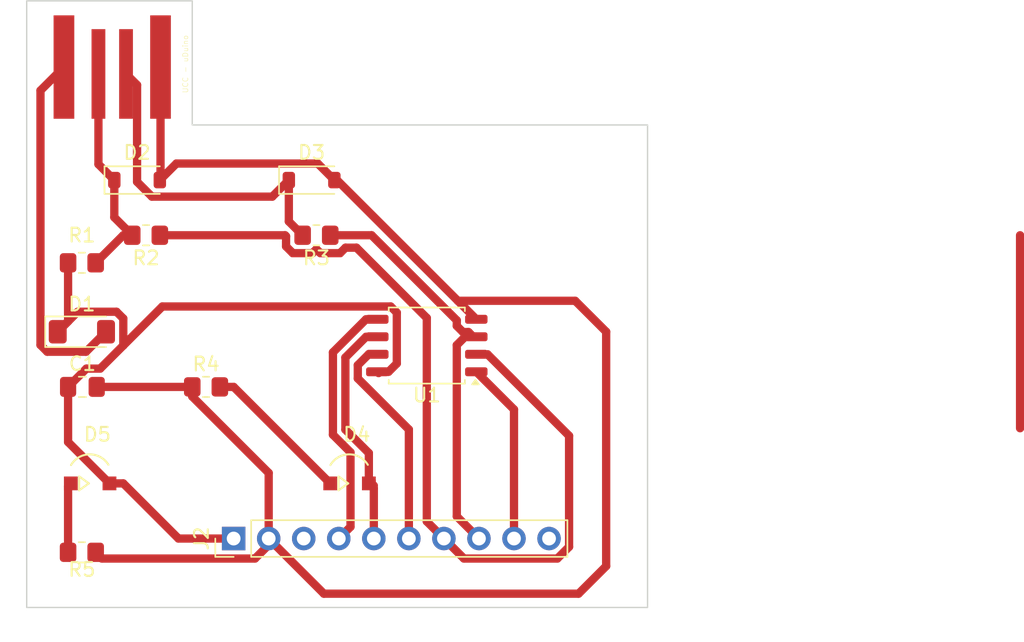
<source format=kicad_pcb>
(kicad_pcb (version 20241229) (generator "pcbnew") (generator_version "9.0")
  (layers (0 "F.Cu" signal) (2 "B.Cu" signal) (13 "F.Paste" user) (15 "B.Paste" user) (5 "F.SilkS" user "F.Silkscreen") (7 "B.SilkS" user "B.Silkscreen") (1 "F.Mask" user) (3 "B.Mask" user) (25 "Edge.Cuts" user))
  (net 0 "")
  (net 1 "GND")
  (net 2 "Net-(D1-A)")
  (net 3 "+5V")
  (net 4 "Net-(D2-K)")
  (net 5 "Net-(D3-K)")
  (net 6 "Net-(D4-K)")
  (net 7 "Net-(D4-A)")
  (net 8 "Net-(D5-K)")
  (net 9 "Net-(J2-Pin_7)")
  (net 10 "Net-(J2-Pin_9)")
  (net 11 "Net-(J2-Pin_6)")
  (net 14 "Net-(J2-Pin_4)")
  (net 15 "Net-(J2-Pin_8)")
  (footprint "Resistor_SMD:R_0805_2012Metric_Pad1.20x1.40mm_HandSolder" (layer "F.Cu") (at 210.65 73 180)
    (property "Reference" "R2" (at 0 -1.65 0) (layer "F.SilkS"))
    (property "Value" "68Ω 5% 1/8W")
    (fp_line (start -0.227064 0.735) (end 0.227064 0.735) (stroke (width 0.12)) (layer "F.SilkS"))
    (fp_line (start -0.227064 -0.735) (end 0.227064 -0.735) (stroke (width 0.12)) (layer "F.SilkS"))
    (pad "1" smd roundrect (at -1 0 180) (size 1.2 1.4) (layers "F.Cu" "F.Mask" "F.Paste") (roundrect_rratio 0.208333) (net 9 "Net-(J2-Pin_7)"))
    (pad "2" smd roundrect (at 1 0 180) (size 1.2 1.4) (layers "F.Cu" "F.Mask" "F.Paste") (roundrect_rratio 0.208333) (net 4 "Net-(D2-K)"))
  )
  (footprint "Package_SO:SOIC-8_5.3x5.3mm_P1.27mm" (layer "F.Cu") (at 231 81 180)
    (property "Reference" "U1" (at 0 -3.6 0) (layer "F.SilkS"))
    (property "Value" "ATtiny85-20S")
    (fp_line (start 2.76 2.76) (end 2.76 2.49) (stroke (width 0.12)) (layer "F.SilkS"))
    (fp_line (start 2.76 -2.76) (end 2.76 -2.49) (stroke (width 0.12)) (layer "F.SilkS"))
    (fp_line (start 0 2.76) (end 2.76 2.76) (stroke (width 0.12)) (layer "F.SilkS"))
    (fp_line (start 0 2.76) (end -2.76 2.76) (stroke (width 0.12)) (layer "F.SilkS"))
    (fp_line (start 0 -2.76) (end 2.76 -2.76) (stroke (width 0.12)) (layer "F.SilkS"))
    (fp_line (start 0 -2.76) (end -2.76 -2.76) (stroke (width 0.12)) (layer "F.SilkS"))
    (fp_line (start -2.76 2.76) (end -2.76 2.49) (stroke (width 0.12)) (layer "F.SilkS"))
    (fp_line (start -2.76 -2.76) (end -2.76 -2.49) (stroke (width 0.12)) (layer "F.SilkS"))
    (fp_poly (pts (xy -3.525 -2.49) (xy -3.765 -2.82) (xy -3.285 -2.82) (xy -3.525 -2.49)) (stroke (width 0.12)) (fill yes) (layer "F.SilkS"))
    (pad "1" smd roundrect (at -3.5875 -1.905 180) (size 1.625 0.65) (layers "F.Cu" "F.Mask" "F.Paste") (net 10 "Net-(J2-Pin_9)"))
    (pad "2" smd roundrect (at -3.5875 -0.635 180) (size 1.625 0.65) (layers "F.Cu" "F.Mask" "F.Paste") (net 9 "Net-(J2-Pin_7)"))
    (pad "3" smd roundrect (at -3.5875 0.635 180) (size 1.625 0.65) (layers "F.Cu" "F.Mask" "F.Paste") (net 15 "Net-(J2-Pin_8)"))
    (pad "4" smd roundrect (at -3.5875 1.905 180) (size 1.625 0.65) (layers "F.Cu" "F.Mask" "F.Paste") (net 1 "GND"))
    (pad "5" smd roundrect (at 3.5875 1.905 180) (size 1.625 0.65) (layers "F.Cu" "F.Mask" "F.Paste") (net 14 "Net-(J2-Pin_4)"))
    (pad "6" smd roundrect (at 3.5875 0.635 180) (size 1.625 0.65) (layers "F.Cu" "F.Mask" "F.Paste") (net 7 "Net-(D4-A)"))
    (pad "7" smd roundrect (at 3.5875 -0.635 180) (size 1.625 0.65) (layers "F.Cu" "F.Mask" "F.Paste") (net 11 "Net-(J2-Pin_6)"))
    (pad "8" smd roundrect (at 3.5875 -1.905 180) (size 1.625 0.65) (layers "F.Cu" "F.Mask" "F.Paste") (net 3 "+5V"))
  )
  (footprint "Diode_SMD:D_SOD-123" (layer "F.Cu") (at 222.65 69)
    (property "Reference" "D3" (at 0 -2 0) (layer "F.SilkS"))
    (property "Value" "3.6V 1/2mw")
    (fp_line (start -2.36 -1) (end -2.36 1) (stroke (width 0.12)) (layer "F.SilkS"))
    (fp_line (start -2.36 -1) (end 1.65 -1) (stroke (width 0.12)) (layer "F.SilkS"))
    (fp_line (start -2.36 1) (end 1.65 1) (stroke (width 0.12)) (layer "F.SilkS"))
    (pad "1" smd roundrect (at -1.65 0) (size 0.9 1.2) (layers "F.Cu" "F.Mask" "F.Paste") (net 5 "Net-(D3-K)"))
    (pad "2" smd roundrect (at 1.65 0) (size 0.9 1.2) (layers "F.Cu" "F.Mask" "F.Paste") (net 1 "GND"))
  )
  (footprint "Connector_PinHeader_2.54mm:PinHeader_1x10_P2.54mm_Vertical" (layer "F.Cu") (at 217 95 90)
    (property "Reference" "J2" (at 0 -2.33 90) (layer "F.SilkS"))
    (property "Value" "Conn_01x10_Socket")
    (fp_line (start -1.33 -1.33) (end 0 -1.33) (stroke (width 0.12)) (layer "F.SilkS"))
    (fp_line (start -1.33 0) (end -1.33 -1.33) (stroke (width 0.12)) (layer "F.SilkS"))
    (fp_line (start 1.33 1.27) (end 1.33 24.19) (stroke (width 0.12)) (layer "F.SilkS"))
    (fp_line (start -1.33 1.27) (end 1.33 1.27) (stroke (width 0.12)) (layer "F.SilkS"))
    (fp_line (start -1.33 1.27) (end -1.33 24.19) (stroke (width 0.12)) (layer "F.SilkS"))
    (fp_line (start -1.33 24.19) (end 1.33 24.19) (stroke (width 0.12)) (layer "F.SilkS"))
    (pad "1" thru_hole rect (at 0 0 90) (size 1.7 1.7) (drill 1) (layers "*.Cu" "*.Mask") (net 3 "+5V"))
    (pad "2" thru_hole oval (at 0 2.54 90) (size 1.7 1.7) (drill 1) (layers "*.Cu" "*.Mask") (net 1 "GND"))
    (pad "3" thru_hole oval (at 0 5.08 90) (size 1.7 1.7) (drill 1) (layers "*.Cu" "*.Mask"))
    (pad "4" thru_hole oval (at 0 7.62 90) (size 1.7 1.7) (drill 1) (layers "*.Cu" "*.Mask") (net 14 "Net-(J2-Pin_4)"))
    (pad "5" thru_hole oval (at 0 10.16 90) (size 1.7 1.7) (drill 1) (layers "*.Cu" "*.Mask") (net 7 "Net-(D4-A)"))
    (pad "6" thru_hole oval (at 0 12.7 90) (size 1.7 1.7) (drill 1) (layers "*.Cu" "*.Mask") (net 11 "Net-(J2-Pin_6)"))
    (pad "7" thru_hole oval (at 0 15.24 90) (size 1.7 1.7) (drill 1) (layers "*.Cu" "*.Mask") (net 9 "Net-(J2-Pin_7)"))
    (pad "8" thru_hole oval (at 0 17.78 90) (size 1.7 1.7) (drill 1) (layers "*.Cu" "*.Mask") (net 15 "Net-(J2-Pin_8)"))
    (pad "9" thru_hole oval (at 0 20.32 90) (size 1.7 1.7) (drill 1) (layers "*.Cu" "*.Mask") (net 10 "Net-(J2-Pin_9)"))
    (pad "10" thru_hole oval (at 0 22.86 90) (size 1.7 1.7) (drill 1) (layers "*.Cu" "*.Mask"))
  )
  (footprint "Capacitor_SMD:C_0805_2012Metric_Pad1.18x1.45mm_HandSolder" (layer "F.Cu") (at 206.0375 84)
    (property "Reference" "C1" (at 0 -1.68 0) (layer "F.SilkS"))
    (property "Value" "0.1u")
    (fp_line (start -0.261252 -0.735) (end 0.261252 -0.735) (stroke (width 0.12)) (layer "F.SilkS"))
    (fp_line (start -0.261252 0.735) (end 0.261252 0.735) (stroke (width 0.12)) (layer "F.SilkS"))
    (pad "1" smd roundrect (at -1.0375 0) (size 1.175 1.45) (layers "F.Cu" "F.Mask" "F.Paste") (roundrect_rratio 0.212766) (net 3 "+5V"))
    (pad "2" smd roundrect (at 1.0375 0) (size 1.175 1.45) (layers "F.Cu" "F.Mask" "F.Paste") (roundrect_rratio 0.212766) (net 1 "GND"))
  )
  (footprint "Resistor_SMD:R_0805_2012Metric_Pad1.20x1.40mm_HandSolder" (layer "F.Cu") (at 223 73 180)
    (property "Reference" "R3" (at 0 -1.65 0) (layer "F.SilkS"))
    (property "Value" "68Ω 5% 1/8W")
    (fp_line (start -0.227064 0.735) (end 0.227064 0.735) (stroke (width 0.12)) (layer "F.SilkS"))
    (fp_line (start -0.227064 -0.735) (end 0.227064 -0.735) (stroke (width 0.12)) (layer "F.SilkS"))
    (pad "1" smd roundrect (at -1 0 180) (size 1.2 1.4) (layers "F.Cu" "F.Mask" "F.Paste") (roundrect_rratio 0.208333) (net 15 "Net-(J2-Pin_8)"))
    (pad "2" smd roundrect (at 1 0 180) (size 1.2 1.4) (layers "F.Cu" "F.Mask" "F.Paste") (roundrect_rratio 0.208333) (net 5 "Net-(D3-K)"))
  )
  (footprint "embeddedPcbUsb:USB_A_UCC" (layer "F.Cu") (at 208.2 61 -90)
    (property "Reference" "J1" (hide yes))
    (property "Value" "Pcb USB type A" (hide yes))
    (fp_text user "UCC - uDuino" (at -2.54 -5.08 90) (layer "F.SilkS") (effects (font (size 0.38608 0.38608) (thickness 0.032512)) (justify right top)))
    (pad "1" smd rect (at -0.2 3.5 270) (size 7.5 1.5) (layers "F.Cu" "F.Mask" "F.Paste") (net 2 "Net-(D1-A)"))
    (pad "2" smd rect (at 0.3 1 270) (size 6.5 1) (layers "F.Cu" "F.Mask" "F.Paste") (net 4 "Net-(D2-K)"))
    (pad "3" smd rect (at 0.3 -1 270) (size 6.5 1) (layers "F.Cu" "F.Mask" "F.Paste") (net 5 "Net-(D3-K)"))
    (pad "4" smd rect (at -0.2 -3.5 270) (size 7.5 1.5) (layers "F.Cu" "F.Mask" "F.Paste") (net 1 "GND"))
  )
  (footprint "Resistor_SMD:R_0805_2012Metric_Pad1.20x1.40mm_HandSolder" (layer "F.Cu") (at 206 96 180)
    (property "Reference" "R5" (at 0 -1.25 0) (layer "F.SilkS"))
    (property "Value" "330Ω 5% 1/8w")
    (fp_line (start -0.227064 0.735) (end 0.227064 0.735) (stroke (width 0.12)) (layer "F.SilkS"))
    (fp_line (start -0.227064 -0.735) (end 0.227064 -0.735) (stroke (width 0.12)) (layer "F.SilkS"))
    (pad "1" smd roundrect (at -1 0 180) (size 1.2 1.4) (layers "F.Cu" "F.Mask" "F.Paste") (roundrect_rratio 0.208333) (net 1 "GND"))
    (pad "2" smd roundrect (at 1 0 180) (size 1.2 1.4) (layers "F.Cu" "F.Mask" "F.Paste") (roundrect_rratio 0.208333) (net 8 "Net-(D5-K)"))
  )
  (footprint "Diode_SMD:D_MiniMELF" (layer "F.Cu") (at 206 80)
    (property "Reference" "D1" (at 0 -2 0) (layer "F.SilkS"))
    (property "Value" "D_Filled")
    (fp_line (start -2.66 -1.11) (end -2.66 1.11) (stroke (width 0.12)) (layer "F.SilkS"))
    (fp_line (start -2.66 1.11) (end 1.75 1.11) (stroke (width 0.12)) (layer "F.SilkS"))
    (fp_line (start 1.75 -1.11) (end -2.66 -1.11) (stroke (width 0.12)) (layer "F.SilkS"))
    (pad "1" smd roundrect (at -1.75 0) (size 1.3 1.7) (layers "F.Cu" "F.Mask" "F.Paste") (roundrect_rratio 0.1923076923) (net 3 "+5V"))
    (pad "2" smd roundrect (at 1.75 0) (size 1.3 1.7) (layers "F.Cu" "F.Mask" "F.Paste") (roundrect_rratio 0.1923076923) (net 2 "Net-(D1-A)"))
  )
  (footprint "Diode_SMD:D_SOD-123" (layer "F.Cu") (at 210 69)
    (property "Reference" "D2" (at 0 -2 0) (layer "F.SilkS"))
    (property "Value" "3.6V 1/2mw")
    (fp_line (start -2.36 -1) (end -2.36 1) (stroke (width 0.12)) (layer "F.SilkS"))
    (fp_line (start -2.36 -1) (end 1.65 -1) (stroke (width 0.12)) (layer "F.SilkS"))
    (fp_line (start -2.36 1) (end 1.65 1) (stroke (width 0.12)) (layer "F.SilkS"))
    (pad "1" smd roundrect (at -1.65 0) (size 0.9 1.2) (layers "F.Cu" "F.Mask" "F.Paste") (net 4 "Net-(D2-K)"))
    (pad "2" smd roundrect (at 1.65 0) (size 0.9 1.2) (layers "F.Cu" "F.Mask" "F.Paste") (net 1 "GND"))
  )
  (footprint "Resistor_SMD:R_0805_2012Metric_Pad1.20x1.40mm_HandSolder" (layer "F.Cu") (at 206 75)
    (property "Reference" "R1" (at 0 -2 0) (layer "F.SilkS"))
    (property "Value" "1/5KΩ 5% 1/8W")
    (fp_line (start -0.227064 -0.735) (end 0.227064 -0.735) (stroke (width 0.12)) (layer "F.SilkS"))
    (fp_line (start -0.227064 0.735) (end 0.227064 0.735) (stroke (width 0.12)) (layer "F.SilkS"))
    (pad "1" smd roundrect (at -1 0) (size 1.2 1.4) (layers "F.Cu" "F.Mask" "F.Paste") (roundrect_rratio 0.208333) (net 3 "+5V"))
    (pad "2" smd roundrect (at 1 0) (size 1.2 1.4) (layers "F.Cu" "F.Mask" "F.Paste") (roundrect_rratio 0.208333) (net 4 "Net-(D2-K)"))
  )
  (footprint "ledSmd:ledSMD" (layer "F.Cu") (at 225.8 91)
    (property "Reference" "D4" (at 0.125 -3.55 0) (layer "F.SilkS"))
    (property "Value" "LED Green")
    (fp_line (start -1.2 0.5) (end -1.2 -0.5) (stroke (width 0.15)) (layer "F.SilkS"))
    (fp_line (start -1.15 -0.475) (end -0.5 0) (stroke (width 0.15)) (layer "F.SilkS"))
    (fp_line (start -0.5 0) (end -1.2 0.5) (stroke (width 0.15)) (layer "F.SilkS"))
    (fp_arc (start -1.786089 -1.331572) (mid -0.435753 -2.107089) (end 0.924999 -1.349999) (stroke (width 0.15)) (layer "F.SilkS"))
    (pad "1" smd rect (at -1.8 0) (size 1 1) (layers "F.Cu" "F.Mask" "F.Paste") (net 6 "Net-(D4-K)"))
    (pad "2" smd rect (at 1 0) (size 1 1) (layers "F.Cu" "F.Mask" "F.Paste") (net 7 "Net-(D4-A)"))
  )
  (footprint "ledSmd:ledSMD" (layer "F.Cu") (at 207 91)
    (property "Reference" "D5" (at 0.125 -3.55 0) (layer "F.SilkS"))
    (property "Value" "LED Red")
    (fp_line (start -1.2 0.5) (end -1.2 -0.5) (stroke (width 0.15)) (layer "F.SilkS"))
    (fp_line (start -1.15 -0.475) (end -0.5 0) (stroke (width 0.15)) (layer "F.SilkS"))
    (fp_line (start -0.5 0) (end -1.2 0.5) (stroke (width 0.15)) (layer "F.SilkS"))
    (fp_arc (start -1.786089 -1.331572) (mid -0.435753 -2.107089) (end 0.924999 -1.349999) (stroke (width 0.15)) (layer "F.SilkS"))
    (pad "1" smd rect (at -1.8 0) (size 1 1) (layers "F.Cu" "F.Mask" "F.Paste") (net 8 "Net-(D5-K)"))
    (pad "2" smd rect (at 1 0) (size 1 1) (layers "F.Cu" "F.Mask" "F.Paste") (net 3 "+5V"))
  )
  (footprint "Resistor_SMD:R_0805_2012Metric_Pad1.20x1.40mm_HandSolder" (layer "F.Cu") (at 215 84)
    (property "Reference" "R4" (at 0 -1.65 0) (layer "F.SilkS"))
    (property "Value" "68Ω 5% 1/8W")
    (fp_line (start -0.227064 -0.735) (end 0.227064 -0.735) (stroke (width 0.12)) (layer "F.SilkS"))
    (fp_line (start -0.227064 0.735) (end 0.227064 0.735) (stroke (width 0.12)) (layer "F.SilkS"))
    (pad "1" smd roundrect (at -1 0) (size 1.2 1.4) (layers "F.Cu" "F.Mask" "F.Paste") (roundrect_rratio 0.208333) (net 1 "GND"))
    (pad "2" smd roundrect (at 1 0) (size 1.2 1.4) (layers "F.Cu" "F.Mask" "F.Paste") (roundrect_rratio 0.208333) (net 6 "Net-(D4-K)"))
  )
  (gr_poly (pts (xy 247 100) (xy 202 100) (xy 202 56) (xy 214 56) (xy 214 65) (xy 247 65)) (stroke (width 0.1)) (fill no) (layer "Edge.Cuts"))
  (segment (start 274 87) (end 274 73) (width 0.6) (layer "F.Cu") (net 0))
  (segment (start 207 96) (end 207.451 96.451) (width 0.6) (layer "F.Cu") (net 1))
  (segment (start 224.3 69) (end 224.4925 69) (width 0.6) (layer "F.Cu") (net 1))
  (segment (start 244 97) (end 244 80) (width 0.6) (layer "F.Cu") (net 1))
  (segment (start 207.075 84) (end 214 84) (width 0.6) (layer "F.Cu") (net 1))
  (segment (start 212.851 67.799) (end 223.099 67.799) (width 0.6) (layer "F.Cu") (net 1))
  (segment (start 219.54 95) (end 223.54 99) (width 0.6) (layer "F.Cu") (net 1))
  (segment (start 224.4925 69) (end 233.24625 77.75375) (width 0.6) (layer "F.Cu") (net 1))
  (segment (start 233.24625 77.75375) (end 234.5875 79.095) (width 0.6) (layer "F.Cu") (net 1))
  (segment (start 211.7 60.8) (end 211.7 68.95) (width 0.6) (layer "F.Cu") (net 1))
  (segment (start 223.54 99) (end 242 99) (width 0.6) (layer "F.Cu") (net 1))
  (segment (start 223.099 67.799) (end 224.3 69) (width 0.6) (layer "F.Cu") (net 1))
  (segment (start 211.7 68.95) (end 211.65 69) (width 0.6) (layer "F.Cu") (net 1))
  (segment (start 207.451 96.451) (end 218.549 96.451) (width 0.6) (layer "F.Cu") (net 1))
  (segment (start 242 99) (end 244 97) (width 0.6) (layer "F.Cu") (net 1))
  (segment (start 214 84) (end 214 84.7) (width 0.6) (layer "F.Cu") (net 1))
  (segment (start 241.75375 77.75375) (end 233.24625 77.75375) (width 0.6) (layer "F.Cu") (net 1))
  (segment (start 219.54 95.46) (end 219.54 95) (width 0.6) (layer "F.Cu") (net 1))
  (segment (start 219.54 90.24) (end 219.54 95) (width 0.6) (layer "F.Cu") (net 1))
  (segment (start 214 84.7) (end 219.54 90.24) (width 0.6) (layer "F.Cu") (net 1))
  (segment (start 244 80) (end 241.75375 77.75375) (width 0.6) (layer "F.Cu") (net 1))
  (segment (start 218.549 96.451) (end 219.54 95.46) (width 0.6) (layer "F.Cu") (net 1))
  (segment (start 211.65 69) (end 212.851 67.799) (width 0.6) (layer "F.Cu") (net 1))
  (segment (start 206.299 81.451) (end 207.75 80) (width 0.6) (layer "F.Cu") (net 2))
  (segment (start 204.7 60.8) (end 202.999 62.501) (width 0.6) (layer "F.Cu") (net 2))
  (segment (start 203.490576 81.451) (end 206.299 81.451) (width 0.6) (layer "F.Cu") (net 2))
  (segment (start 202.999 80.959424) (end 203.490576 81.451) (width 0.6) (layer "F.Cu") (net 2))
  (segment (start 202.999 62.501) (end 202.999 80.959424) (width 0.6) (layer "F.Cu") (net 2))
  (segment (start 228.826 78.611746) (end 228.383254 78.169) (width 0.6) (layer "F.Cu") (net 3))
  (segment (start 213 95) (end 217 95) (width 0.6) (layer "F.Cu") (net 3))
  (segment (start 205.701 78.549) (end 208.509424 78.549) (width 0.6) (layer "F.Cu") (net 3))
  (segment (start 208 91) (end 209 91) (width 0.6) (layer "F.Cu") (net 3))
  (segment (start 209.001 79.040576) (end 209.001 80.999) (width 0.6) (layer "F.Cu") (net 3))
  (segment (start 205 75) (end 205 79.25) (width 0.6) (layer "F.Cu") (net 3))
  (segment (start 228.826 82.303999) (end 228.826 78.611746) (width 0.6) (layer "F.Cu") (net 3))
  (segment (start 209.001 80.999) (end 207.326 82.674) (width 0.6) (layer "F.Cu") (net 3))
  (segment (start 205 79.25) (end 204.25 80) (width 0.6) (layer "F.Cu") (net 3))
  (segment (start 227.4125 82.905) (end 227.5075 83) (width 0.6) (layer "F.Cu") (net 3))
  (segment (start 208.509424 78.549) (end 209.001 79.040576) (width 0.6) (layer "F.Cu") (net 3))
  (segment (start 205 84) (end 205 88) (width 0.6) (layer "F.Cu") (net 3))
  (segment (start 204.25 80) (end 205.701 78.549) (width 0.6) (layer "F.Cu") (net 3))
  (segment (start 207.326 82.674) (end 206.326 82.674) (width 0.6) (layer "F.Cu") (net 3))
  (segment (start 228.224999 82.905) (end 228.826 82.303999) (width 0.6) (layer "F.Cu") (net 3))
  (segment (start 205 88) (end 208 91) (width 0.6) (layer "F.Cu") (net 3))
  (segment (start 211.831 78.169) (end 209.001 80.999) (width 0.6) (layer "F.Cu") (net 3))
  (segment (start 227.4125 82.905) (end 228.224999 82.905) (width 0.6) (layer "F.Cu") (net 3))
  (segment (start 206.326 82.674) (end 205 84) (width 0.6) (layer "F.Cu") (net 3))
  (segment (start 209 91) (end 213 95) (width 0.6) (layer "F.Cu") (net 3))
  (segment (start 228.383254 78.169) (end 211.831 78.169) (width 0.6) (layer "F.Cu") (net 3))
  (segment (start 209.65 73) (end 209 73) (width 0.6) (layer "F.Cu") (net 4))
  (segment (start 207.2 61.3) (end 207.2 67.85) (width 0.6) (layer "F.Cu") (net 4))
  (segment (start 208.35 71.7) (end 209.65 73) (width 0.6) (layer "F.Cu") (net 4))
  (segment (start 207.2 67.85) (end 208.35 69) (width 0.6) (layer "F.Cu") (net 4))
  (segment (start 208.35 69) (end 208.35 71.7) (width 0.6) (layer "F.Cu") (net 4))
  (segment (start 209 73) (end 207 75) (width 0.6) (layer "F.Cu") (net 4))
  (segment (start 221 69) (end 221 72) (width 0.6) (layer "F.Cu") (net 5))
  (segment (start 210 62.1) (end 210 69.124374) (width 0.6) (layer "F.Cu") (net 5))
  (segment (start 210 69.124374) (end 211.076626 70.201) (width 0.6) (layer "F.Cu") (net 5))
  (segment (start 221 72) (end 222 73) (width 0.6) (layer "F.Cu") (net 5))
  (segment (start 219.799 70.201) (end 221 69) (width 0.6) (layer "F.Cu") (net 5))
  (segment (start 211.076626 70.201) (end 219.799 70.201) (width 0.6) (layer "F.Cu") (net 5))
  (segment (start 209.2 61.3) (end 210 62.1) (width 0.6) (layer "F.Cu") (net 5))
  (segment (start 217 84) (end 224 91) (width 0.6) (layer "F.Cu") (net 6))
  (segment (start 216 84) (end 217 84) (width 0.6) (layer "F.Cu") (net 6))
  (segment (start 225.098001 87.098001) (end 225.098001 81.867) (width 0.6) (layer "F.Cu") (net 7))
  (segment (start 227.16 95) (end 227.16 91.36) (width 0.6) (layer "F.Cu") (net 7))
  (segment (start 226.8 91) (end 227 90.8) (width 0.6) (layer "F.Cu") (net 7))
  (segment (start 227.16 91.16) (end 227 91) (width 0.6) (layer "F.Cu") (net 7))
  (segment (start 227.16 91.36) (end 226.8 91) (width 0.6) (layer "F.Cu") (net 7))
  (segment (start 226.8 91) (end 226.8 88.8) (width 0.6) (layer "F.Cu") (net 7))
  (segment (start 226.600001 80.365) (end 227.4125 80.365) (width 0.6) (layer "F.Cu") (net 7))
  (segment (start 226.8 88.8) (end 225.098001 87.098001) (width 0.6) (layer "F.Cu") (net 7))
  (segment (start 225.098001 81.867) (end 226.600001 80.365) (width 0.6) (layer "F.Cu") (net 7))
  (segment (start 205 96) (end 205 91.2) (width 0.6) (layer "F.Cu") (net 8))
  (segment (start 205 91.2) (end 205.2 91) (width 0.6) (layer "F.Cu") (net 8))
  (segment (start 220.799 73.073206) (end 220.799 73.809424) (width 0.6) (layer "F.Cu") (net 9))
  (segment (start 223 74.010424) (end 223.290576 74.301) (width 0.6) (layer "F.Cu") (net 9))
  (segment (start 241.311 95.601024) (end 240.461024 96.451) (width 0.6) (layer "F.Cu") (net 9))
  (segment (start 225.901 73.901) (end 231 79) (width 0.6) (layer "F.Cu") (net 9))
  (segment (start 231 93.76) (end 232.24 95) (width 0.6) (layer "F.Cu") (net 9))
  (segment (start 231 79) (end 231 93.76) (width 0.6) (layer "F.Cu") (net 9))
  (segment (start 222.709424 74.301) (end 223 74.010424) (width 0.6) (layer "F.Cu") (net 9))
  (segment (start 211.65 73) (end 220.725794 73) (width 0.6) (layer "F.Cu") (net 9))
  (segment (start 223.290576 74.301) (end 224.709424 74.301) (width 0.6) (layer "F.Cu") (net 9))
  (segment (start 234.5875 81.635) (end 235.399999 81.635) (width 0.6) (layer "F.Cu") (net 9))
  (segment (start 233.691 96.451) (end 232.24 95) (width 0.6) (layer "F.Cu") (net 9))
  (segment (start 220.799 73.809424) (end 221.290576 74.301) (width 0.6) (layer "F.Cu") (net 9))
  (segment (start 240.461024 96.451) (end 233.691 96.451) (width 0.6) (layer "F.Cu") (net 9))
  (segment (start 241.311 87.546001) (end 241.311 95.601024) (width 0.6) (layer "F.Cu") (net 9))
  (segment (start 224.709424 74.301) (end 225.109424 73.901) (width 0.6) (layer "F.Cu") (net 9))
  (segment (start 235.399999 81.635) (end 241.311 87.546001) (width 0.6) (layer "F.Cu") (net 9))
  (segment (start 225.109424 73.901) (end 225.901 73.901) (width 0.6) (layer "F.Cu") (net 9))
  (segment (start 221.290576 74.301) (end 222.709424 74.301) (width 0.6) (layer "F.Cu") (net 9))
  (segment (start 220.725794 73) (end 220.799 73.073206) (width 0.6) (layer "F.Cu") (net 9))
  (segment (start 234.5875 82.905) (end 237.32 85.6375) (width 0.6) (layer "F.Cu") (net 10))
  (segment (start 237.32 85.6375) (end 237.32 95) (width 0.6) (layer "F.Cu") (net 10))
  (segment (start 237.32 95) (end 237 95) (width 0.6) (layer "F.Cu") (net 10))
  (segment (start 229.7 87.089254) (end 225.999 83.388254) (width 0.6) (layer "F.Cu") (net 11))
  (segment (start 226.785746 81.635) (end 227.4125 81.635) (width 0.6) (layer "F.Cu") (net 11))
  (segment (start 225.999 82.421746) (end 226.785746 81.635) (width 0.6) (layer "F.Cu") (net 11))
  (segment (start 229.7 95) (end 229.7 87.089254) (width 0.6) (layer "F.Cu") (net 11))
  (segment (start 225.999 83.388254) (end 225.999 82.421746) (width 0.6) (layer "F.Cu") (net 11))
  (segment (start 225.47 88.744206) (end 224.197001 87.471207) (width 0.6) (layer "F.Cu") (net 14))
  (segment (start 226.595795 79.095) (end 227.4125 79.095) (width 0.6) (layer "F.Cu") (net 14))
  (segment (start 224.62 95) (end 225 95) (width 0.6) (layer "F.Cu") (net 14))
  (segment (start 225.47 94.15) (end 225.47 88.744206) (width 0.6) (layer "F.Cu") (net 14))
  (segment (start 224.197001 87.471207) (end 224.197002 81.493793) (width 0.6) (layer "F.Cu") (net 14))
  (segment (start 224.62 95) (end 225.47 94.15) (width 0.6) (layer "F.Cu") (net 14))
  (segment (start 224.197002 81.493793) (end 226.595795 79.095) (width 0.6) (layer "F.Cu") (net 14))
  (segment (start 233.174 93.394) (end 234.78 95) (width 0.6) (layer "F.Cu") (net 15))
  (segment (start 227 73) (end 233.174 79.174) (width 0.6) (layer "F.Cu") (net 15))
  (segment (start 233.174 79.174) (end 233.174 79.578254) (width 0.6) (layer "F.Cu") (net 15))
  (segment (start 233.616746 80.021) (end 234.021 80.021) (width 0.6) (layer "F.Cu") (net 15))
  (segment (start 233.174 79.578254) (end 233.616746 80.021) (width 0.6) (layer "F.Cu") (net 15))
  (segment (start 234.021 80.021) (end 234.365 80.365) (width 0.6) (layer "F.Cu") (net 15))
  (segment (start 234.5875 80.365) (end 233.775001 80.365) (width 0.6) (layer "F.Cu") (net 15))
  (segment (start 234.365 80.365) (end 234.5875 80.365) (width 0.6) (layer "F.Cu") (net 15))
  (segment (start 233.775001 80.365) (end 233.174 80.966001) (width 0.6) (layer "F.Cu") (net 15))
  (segment (start 224 73) (end 227 73) (width 0.6) (layer "F.Cu") (net 15))
  (segment (start 233.174 80.966001) (end 233.174 93.394) (width 0.6) (layer "F.Cu") (net 15))
)
</source>
